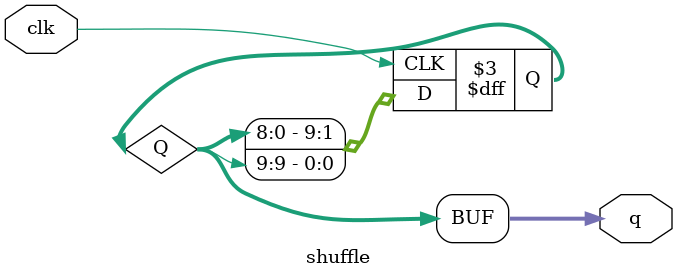
<source format=v>
module shuffle(

	output			[9:0]	q,
	input 		  			clk
	);
	
reg [9:0]  Q=10'b0000000001;
assign q=Q;
//always at the clock cycle q will move one to the left, so it will be at a pseudorandom place 
//because the button won't be pressed to the same milisecond every time.
always@(posedge clk)
	Q <= {Q[8],Q[7],Q[6],Q[5],Q[4],Q[3],Q[2], Q[1], Q[0], Q[9]};
endmodule
</source>
